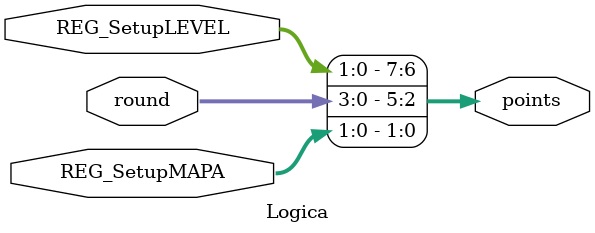
<source format=v>
/*	24/06/2024 feito por Richard 	
	calcula a pontuacao final do jogador de acordo com j × R, onde j nivel de jogo (1, 2, 3, 4) 
	e R numero de sequencias acertadas pelo jogador.
*/
module Logica(
	REG_SetupLEVEL, round, REG_SetupMAPA, points
);

input wire [1:0] REG_SetupLEVEL, REG_SetupMAPA;
input wire [3:0] round;
output wire[7:0] points;

assign points = {REG_SetupLEVEL, round, REG_SetupMAPA};

endmodule

</source>
